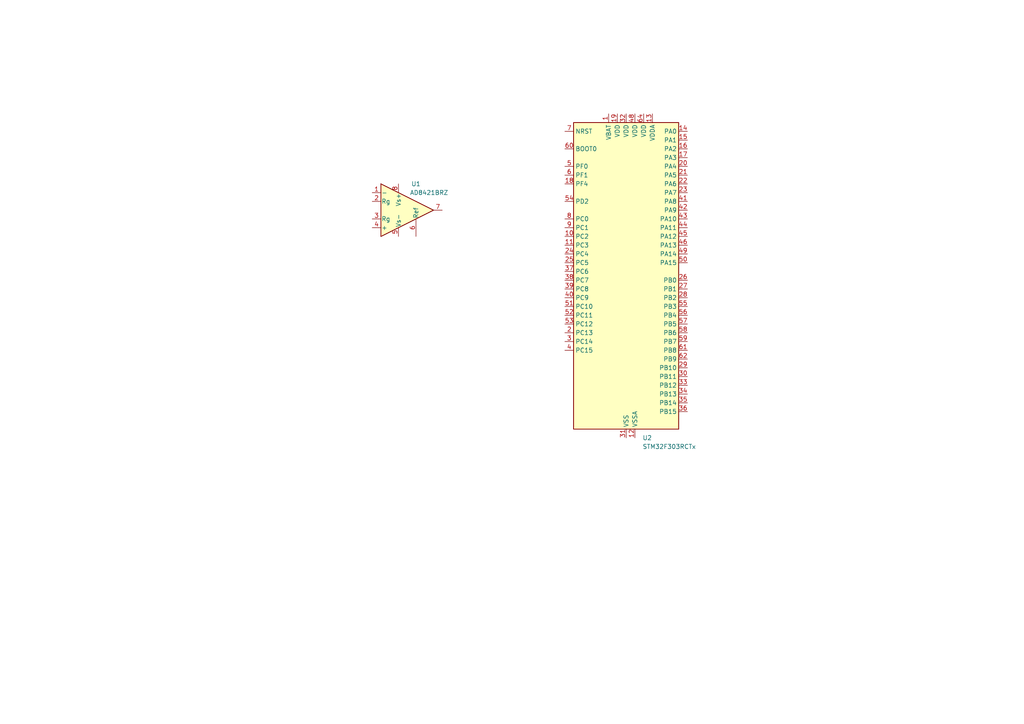
<source format=kicad_sch>
(kicad_sch (version 20230121) (generator eeschema)
  (paper "A4")
  (lib_symbols
    (symbol "Amplifier_Instrumentation:AD8421BRZ" (pin_names (offset 0.127))
      (property "Reference" "U" (at 3.556 7.366 0))
      (property "Value" "AD8421BRZ" (at 7.366 5.334 0))
      (symbol "AD8421BRZ_0_1"
        (polyline (pts (xy -5.08 7.62) (xy -5.08 -7.62) (xy 10.16 0) (xy -5.08 7.62)) (stroke (width 0.254)) (fill (type background)))
      )
      (symbol "AD8421BRZ_1_1"
        (pin input line (at -7.62 5.08 0) (length 2.54) (name "-") (number "1"))
        (pin passive line (at -7.62 2.54 0) (length 2.54) (name "Rg") (number "2"))
        (pin passive line (at -7.62 -2.54 0) (length 2.54) (name "Rg") (number "3"))
        (pin input line (at -7.62 -5.08 0) (length 2.54) (name "+") (number "4"))
        (pin power_in line (at 0 -7.62 90) (length 2.54) (name "Vs-") (number "5"))
        (pin passive line (at 5.08 -7.62 90) (length 5.08) (name "Ref") (number "6"))
        (pin output line (at 12.7 0 180) (length 2.54) (name "~") (number "7"))
        (pin power_in line (at 0 7.62 270) (length 2.54) (name "Vs+") (number "8"))
      )
    )
    (symbol "MCU_ST_STM32F3:STM32F303RCTx"
      (property "Reference" "U" (at -15.24 46.99 0))
      (property "Value" "STM32F303RCTx" (at 10.16 46.99 0))
      (symbol "STM32F303RCTx_0_1"
        (rectangle (start -15.24 -43.18) (end 15.24 45.72) (stroke (width 0.254)) (fill (type background)))
      )
      (symbol "STM32F303RCTx_1_1"
        (pin power_in line (at -5.08 48.26 270) (length 2.54) (name "VBAT") (number "1"))
        (pin bidirectional line (at -17.78 12.7 0) (length 2.54) (name "PC2") (number "10"))
        (pin bidirectional line (at -17.78 10.16 0) (length 2.54) (name "PC3") (number "11"))
        (pin power_in line (at 2.54 -45.72 90) (length 2.54) (name "VSSA") (number "12"))
        (pin power_in line (at 7.62 48.26 270) (length 2.54) (name "VDDA") (number "13"))
        (pin bidirectional line (at 17.78 43.18 180) (length 2.54) (name "PA0") (number "14"))
        (pin bidirectional line (at 17.78 40.64 180) (length 2.54) (name "PA1") (number "15"))
        (pin bidirectional line (at 17.78 38.1 180) (length 2.54) (name "PA2") (number "16"))
        (pin bidirectional line (at 17.78 35.56 180) (length 2.54) (name "PA3") (number "17"))
        (pin bidirectional line (at -17.78 27.94 0) (length 2.54) (name "PF4") (number "18"))
        (pin power_in line (at -2.54 48.26 270) (length 2.54) (name "VDD") (number "19"))
        (pin bidirectional line (at -17.78 -15.24 0) (length 2.54) (name "PC13") (number "2"))
        (pin bidirectional line (at 17.78 33.02 180) (length 2.54) (name "PA4") (number "20"))
        (pin bidirectional line (at 17.78 30.48 180) (length 2.54) (name "PA5") (number "21"))
        (pin bidirectional line (at 17.78 27.94 180) (length 2.54) (name "PA6") (number "22"))
        (pin bidirectional line (at 17.78 25.4 180) (length 2.54) (name "PA7") (number "23"))
        (pin bidirectional line (at -17.78 7.62 0) (length 2.54) (name "PC4") (number "24"))
        (pin bidirectional line (at -17.78 5.08 0) (length 2.54) (name "PC5") (number "25"))
        (pin bidirectional line (at 17.78 0 180) (length 2.54) (name "PB0") (number "26"))
        (pin bidirectional line (at 17.78 -2.54 180) (length 2.54) (name "PB1") (number "27"))
        (pin bidirectional line (at 17.78 -5.08 180) (length 2.54) (name "PB2") (number "28"))
        (pin bidirectional line (at 17.78 -25.4 180) (length 2.54) (name "PB10") (number "29"))
        (pin bidirectional line (at -17.78 -17.78 0) (length 2.54) (name "PC14") (number "3"))
        (pin bidirectional line (at 17.78 -27.94 180) (length 2.54) (name "PB11") (number "30"))
        (pin power_in line (at 0 -45.72 90) (length 2.54) (name "VSS") (number "31"))
        (pin power_in line (at 0 48.26 270) (length 2.54) (name "VDD") (number "32"))
        (pin bidirectional line (at 17.78 -30.48 180) (length 2.54) (name "PB12") (number "33"))
        (pin bidirectional line (at 17.78 -33.02 180) (length 2.54) (name "PB13") (number "34"))
        (pin bidirectional line (at 17.78 -35.56 180) (length 2.54) (name "PB14") (number "35"))
        (pin bidirectional line (at 17.78 -38.1 180) (length 2.54) (name "PB15") (number "36"))
        (pin bidirectional line (at -17.78 2.54 0) (length 2.54) (name "PC6") (number "37"))
        (pin bidirectional line (at -17.78 0 0) (length 2.54) (name "PC7") (number "38"))
        (pin bidirectional line (at -17.78 -2.54 0) (length 2.54) (name "PC8") (number "39"))
        (pin bidirectional line (at -17.78 -20.32 0) (length 2.54) (name "PC15") (number "4"))
        (pin bidirectional line (at -17.78 -5.08 0) (length 2.54) (name "PC9") (number "40"))
        (pin bidirectional line (at 17.78 22.86 180) (length 2.54) (name "PA8") (number "41"))
        (pin bidirectional line (at 17.78 20.32 180) (length 2.54) (name "PA9") (number "42"))
        (pin bidirectional line (at 17.78 17.78 180) (length 2.54) (name "PA10") (number "43"))
        (pin bidirectional line (at 17.78 15.24 180) (length 2.54) (name "PA11") (number "44"))
        (pin bidirectional line (at 17.78 12.7 180) (length 2.54) (name "PA12") (number "45"))
        (pin bidirectional line (at 17.78 10.16 180) (length 2.54) (name "PA13") (number "46"))
        (pin passive line (at 0 -45.72 90) (length 2.54) hide (name "VSS") (number "47"))
        (pin power_in line (at 2.54 48.26 270) (length 2.54) (name "VDD") (number "48"))
        (pin bidirectional line (at 17.78 7.62 180) (length 2.54) (name "PA14") (number "49"))
        (pin bidirectional line (at -17.78 33.02 0) (length 2.54) (name "PF0") (number "5"))
        (pin bidirectional line (at 17.78 5.08 180) (length 2.54) (name "PA15") (number "50"))
        (pin bidirectional line (at -17.78 -7.62 0) (length 2.54) (name "PC10") (number "51"))
        (pin bidirectional line (at -17.78 -10.16 0) (length 2.54) (name "PC11") (number "52"))
        (pin bidirectional line (at -17.78 -12.7 0) (length 2.54) (name "PC12") (number "53"))
        (pin bidirectional line (at -17.78 22.86 0) (length 2.54) (name "PD2") (number "54"))
        (pin bidirectional line (at 17.78 -7.62 180) (length 2.54) (name "PB3") (number "55"))
        (pin bidirectional line (at 17.78 -10.16 180) (length 2.54) (name "PB4") (number "56"))
        (pin bidirectional line (at 17.78 -12.7 180) (length 2.54) (name "PB5") (number "57"))
        (pin bidirectional line (at 17.78 -15.24 180) (length 2.54) (name "PB6") (number "58"))
        (pin bidirectional line (at 17.78 -17.78 180) (length 2.54) (name "PB7") (number "59"))
        (pin bidirectional line (at -17.78 30.48 0) (length 2.54) (name "PF1") (number "6"))
        (pin input line (at -17.78 38.1 0) (length 2.54) (name "BOOT0") (number "60"))
        (pin bidirectional line (at 17.78 -20.32 180) (length 2.54) (name "PB8") (number "61"))
        (pin bidirectional line (at 17.78 -22.86 180) (length 2.54) (name "PB9") (number "62"))
        (pin passive line (at 0 -45.72 90) (length 2.54) hide (name "VSS") (number "63"))
        (pin power_in line (at 5.08 48.26 270) (length 2.54) (name "VDD") (number "64"))
        (pin input line (at -17.78 43.18 0) (length 2.54) (name "NRST") (number "7"))
        (pin bidirectional line (at -17.78 17.78 0) (length 2.54) (name "PC0") (number "8"))
        (pin bidirectional line (at -17.78 15.24 0) (length 2.54) (name "PC1") (number "9"))
      )
    )
  )
  (symbol (lib_id "MCU_ST_STM32F3:STM32F303RCTx") (at 181.61 81.28 0) (unit 1)
    (property "Reference" "U2" (at 186.3441 127 0) (effects (justify left)))
    (property "Value" "STM32F303RCTx" (at 186.3441 129.54 0) (effects (justify left)))
    (property "Footprint" "Package_QFP:LQFP-64_10x10mm_P0.5mm" (effects hide))
    (property "Datasheet" "https://www.st.com/resource/en/datasheet/stm32f303rc.pdf" (effects hide))
  )
  (symbol (lib_id "Amplifier_Instrumentation:AD8421BRZ") (at 115.57 60.96 0) (unit 1)
    (property "Reference" "U1" (at 120.65 53.34 0))
    (property "Value" "AD8421BRZ" (at 124.46 55.88 0))
    (property "Datasheet" "https://www.analog.com/media/en/technical-documentation/data-sheets/AD8421.pdf" (effects hide))
  )
)
</source>
